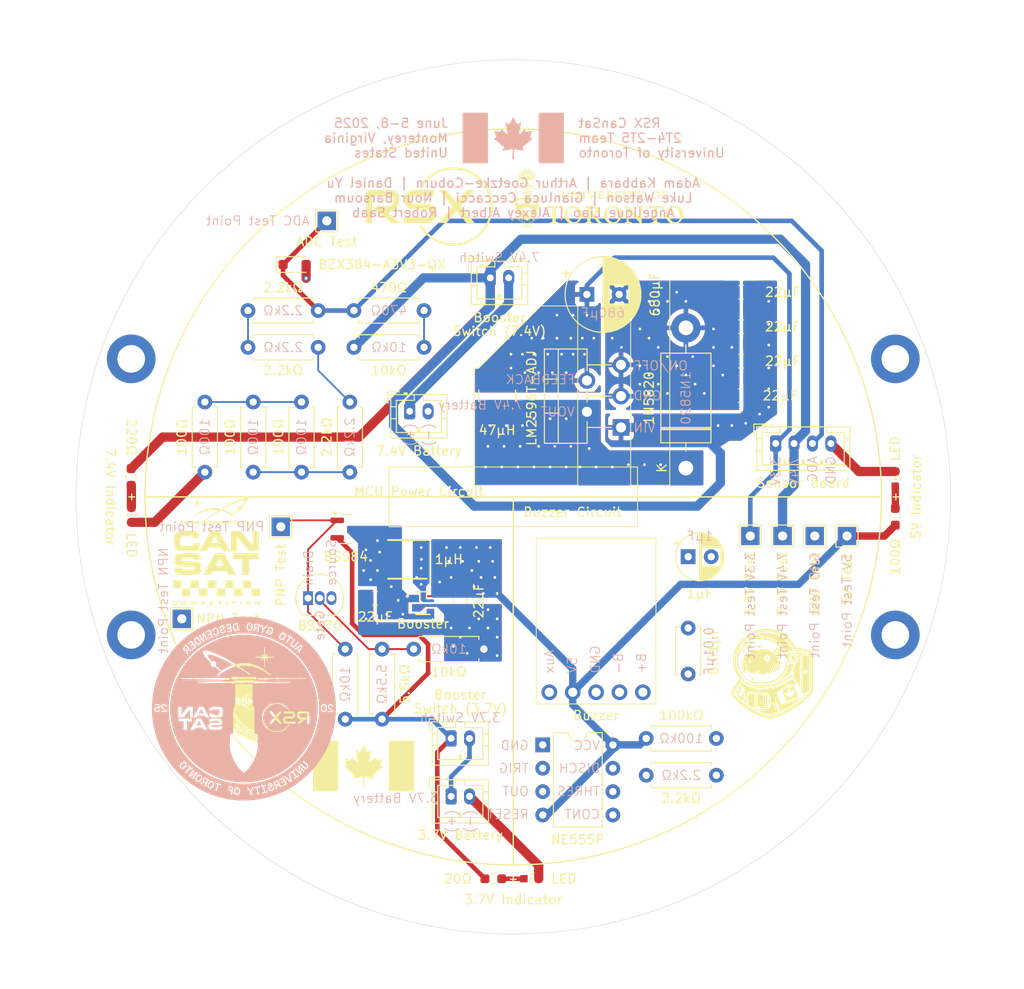
<source format=kicad_pcb>
(kicad_pcb (version 20240108) (generator "pcbnew") (generator_version "8.0")
  (layers (0 "F.Cu" mixed) (1 "In1.Cu" power "GND") (2 "In2.Cu" mixed) (31 "B.Cu" mixed) (34 "B.Paste" user) (35 "F.Paste" user) (36 "B.SilkS" user "B.Silkscreen") (37 "F.SilkS" user "F.Silkscreen") (38 "B.Mask" user) (39 "F.Mask" user) (44 "Edge.Cuts" user))
  (net 0 "")
  (net 1 "GND")
  (net 2 "3.3V")
  (net 3 "/5V")
  (net 4 "Net-(BZ1-Aux)")
  (net 7 "Net-(U3-CV)")
  (net 8 "Net-(U3-THR)")
  (net 9 "7.4V")
  (net 10 "ADC")
  (net 11 "Net-(J1-Pin_2)")
  (net 12 "Net-(J4-Pin_2)")
  (net 13 "Net-(Q1-G)")
  (net 14 "Net-(Q1-D)")
  (net 15 "Net-(R1-Pad1)")
  (net 16 "Net-(R2-Pad1)")
  (net 17 "Net-(R4-Pad2)")
  (net 18 "Net-(R5-Pad2)")
  (net 19 "Net-(R7-Pad2)")
  (net 20 "Net-(U3-Q)")
  (net 21 "/VIN")
  (net 22 "Net-(J4-Pin_1)")
  (net 23 "/SW")
  (net 24 "/OUT")
  (net 25 "Net-(D3-A)")
  (net 26 "Net-(D4-A)")
  (net 27 "Net-(D5-A)")
  (footprint "DigiKey:WL-SMCW_0603" (layer "F.Cu") (at 108.525 101.9625 90)
    (property "Reference" "D5")
    (property "Value" "LED (7.4V)")
  )
  (footprint "TestPoint:TestPoint_THTPad_2.0x2.0mm_Drill1.0mm" (layer "F.Cu") (at 186.25 104.25)
    (property "Reference" "TP4")
    (property "Value" "5V Test")
  )
  (footprint "Resistor_THT:R_Axial_DIN0207_L6.3mm_D2.5mm_P7.62mm_Horizontal" (layer "F.Cu") (at 135.75 124.1575 90)
    (property "Reference" "R9")
    (property "Value" "5.5kΩ")
  )
  (footprint "Resistor_THT:R_Axial_DIN0207_L6.3mm_D2.5mm_P7.62mm_Horizontal" (layer "F.Cu") (at 116.5 89.69 -90)
    (property "Reference" "R1")
    (property "Value" "100Ω")
  )
  (footprint "Graphics:rsx_logo_2" (layer "F.Cu") (at 140.75 68.5)
    (property "Reference" "G***")
    (property "Value" "LOGO" (hide yes))
  )
  (footprint "Package_DIP:DIP-8_W7.62mm" (layer "F.Cu") (at 153.2 126.95)
    (property "Reference" "U3")
    (property "Value" "NE555P")
  )
  (footprint "Graphics:canada_flag" (layer "F.Cu") (at 133.75 129.25)
    (property "Reference" "G***")
    (property "Value" "LOGO" (hide yes))
  )
  (footprint "Graphics:cansat_logo" (layer "F.Cu") (at 117.75 105.75)
    (property "Reference" "G***")
    (property "Value" "LOGO" (hide yes))
  )
  (footprint "TestPoint:TestPoint_THTPad_2.0x2.0mm_Drill1.0mm" (layer "F.Cu") (at 114 113.25)
    (property "Reference" "TP5")
    (property "Value" "NPN Test")
  )
  (footprint "Capacitor_THT:CP_Radial_D8.0mm_P3.50mm" (layer "F.Cu") (at 158 78)
    (property "Reference" "Cout5")
    (property "Value" "680μF")
  )
  (footprint "DigiKey:WL-SMCW_0603" (layer "F.Cu") (at 151.9625 141.495 180)
    (property "Reference" "D3")
    (property "Value" "LED (3.7V)")
  )
  (footprint "Resistor_THT:R_Axial_DIN0207_L6.3mm_D2.5mm_P7.62mm_Horizontal" (layer "F.Cu") (at 121.19 79.75)
    (property "Reference" "R6")
    (property "Value" "2.2kΩ")
  )
  (footprint "Capacitor_SMD:C_0805_2012Metric_Pad1.18x1.45mm_HandSolder" (layer "F.Cu") (at 174.75 77.75 180)
    (property "Reference" "Cin4")
    (property "Value" "22μF")
  )
  (footprint "Diode_THT:D_DO-201AD_P15.24mm_Horizontal" (layer "F.Cu") (at 168.75 96.87 90)
    (property "Reference" "D1")
    (property "Value" "1N5820")
  )
  (footprint "Resistor_SMD:R_0603_1608Metric_Pad0.98x0.95mm_HandSolder" (layer "F.Cu") (at 147.8375 141.5 180)
    (property "Reference" "R14")
    (property "Value" "20Ω")
  )
  (footprint "Capacitor_THT:C_Disc_D5.0mm_W2.5mm_P5.00mm" (layer "F.Cu") (at 169 119.25 90)
    (property "Reference" "C8")
    (property "Value" "0.01μF")
  )
  (footprint "Resistor_THT:R_Axial_DIN0207_L6.3mm_D2.5mm_P7.62mm_Horizontal" (layer "F.Cu") (at 131.75 124.1575 90)
    (property "Reference" "R11")
    (property "Value" "10kΩ")
  )
  (footprint "Capacitor_SMD:C_0805_2012Metric_Pad1.18x1.45mm_HandSolder" (layer "F.Cu") (at 144.25 111.2875 -90)
    (property "Reference" "C7")
    (property "Value" "22μF")
  )
  (footprint "Graphics:uoft_text_2" (layer "F.Cu") (at 161 68.5)
    (property "Reference" "G***")
    (property "Value" "LOGO" (hide yes))
  )
  (footprint "Resistor_THT:R_Axial_DIN0207_L6.3mm_D2.5mm_P7.62mm_Horizontal" (layer "F.Cu") (at 128.81 83.75 180)
    (property "Reference" "R5")
    (property "Value" "2.2kΩ")
  )
  (footprint "Resistor_SMD:R_0603_1608Metric_Pad0.98x0.95mm_HandSolder" (layer "F.Cu") (at 108.5 97.8375 90)
    (property "Reference" "R16")
    (property "Value" "220Ω")
  )
  (footprint "TestPoint:TestPoint_THTPad_2.0x2.0mm_Drill1.0mm" (layer "F.Cu") (at 175.75 104.25)
    (property "Reference" "TP3")
    (property "Value" "3.3V Test")
  )
  (footprint "TestPoint:TestPoint_THTPad_2.0x2.0mm_Drill1.0mm" (layer "F.Cu") (at 182.75 104.25)
    (property "Reference" "TP7")
    (property "Value" "GND Test")
  )
  (footprint "Resistor_THT:R_Axial_DIN0207_L6.3mm_D2.5mm_P7.62mm_Horizontal" (layer "F.Cu") (at 140.31 83.75 180)
    (property "Reference" "R8")
    (property "Value" "10kΩ")
  )
  (footprint "Capacitor_SMD:C_0805_2012Metric_Pad1.18x1.45mm_HandSolder" (layer "F.Cu") (at 174.7 89 180)
    (property "Reference" "Cin1")
    (property "Value" "22μF")
  )
  (footprint "Connector_JST:JST_PH_B2B-PH-K_1x02_P2.00mm_Vertical" (layer "F.Cu") (at 143.25 132.55)
    (property "Reference" "J5")
    (property "Value" "3.7V Battery")
  )
  (footprint "Custom_Footprints:Matek_Lost_Model_Beeper" (layer "F.Cu") (at 152.5 104.5)
    (property "Reference" "BZ1")
    (property "Value" "Buzzer")
  )
  (footprint "Capacitor_THT:CP_Radial_D5.0mm_P2.50mm" (layer "F.Cu") (at 169 106.5)
    (property "Reference" "C9")
    (property "Value" "1μF")
  )
  (footprint "DigiKey:SOT-5X3-8_DRL_TEX" (layer "F.Cu") (at 140.200799 111.537499)
    (property "Reference" "TPS610333DRLR_U2")
    (property "Value" "Booster")
  )
  (footprint "Capacitor_SMD:C_0805_2012Metric_Pad1.18x1.45mm_HandSolder" (layer "F.Cu") (at 174.75 81.5 180)
    (property "Reference" "Cin3")
    (property "Value" "22μF")
  )
  (footprint "Connector_JST:JST_PH_B4B-PH-K_1x04_P2.00mm_Vertical" (layer "F.Cu") (at 178.5 94.2)
    (property "Reference" "J3")
    (property "Value" "Sensor Board")
  )
  (footprint "Graphics:uoft_coat_of_arms_2" (layer "F.Cu") (at 151.5 67.5)
    (property "Reference" "G***")
    (property "Value" "LOGO" (hide yes))
  )
  (footprint "TestPoint:TestPoint_THTPad_2.0x2.0mm_Drill1.0mm" (layer "F.Cu") (at 124.75 103.25)
    (property "Reference" "TP6")
    (property "Value" "PNP Test")
  )
  (footprint "Connector_JST:JST_PH_B2B-PH-K_1x02_P2.00mm_Vertical" (layer "F.Cu") (at 147.5 76.2)
    (property "Reference" "J1")
    (property "Value" "MCU Switch (7.4V)")
  )
  (footprint "Package_TO_SOT_THT:TO-92_Inline" (layer "F.Cu") (at 127.71 111)
    (property "Reference" "Q1")
    (property "Value" "BS170")
  )
  (footprint "Package_TO_SOT_THT:TO-220-5_P3.4x3.7mm_StaggerOdd_Lead3.8mm_Vertical" (layer "F.Cu") (at 161.7 92.45 90)
    (property "Reference" "U1")
    (property "Value" "LM2596T-ADJ")
  )
  (footprint "Resistor_THT:R_Axial_DIN0207_L6.3mm_D2.5mm_P7.62mm_Horizontal" (layer "F.Cu") (at 164.44 126.25)
    (property "Reference" "R12")
    (property "Value" "100kΩ")
  )
  (footprint "DigiKey:WL-SMCW_0603" (layer "F.Cu") (at 191.485 98.0375 -90)
    (property "Reference" "D4")
    (property "Value" "LED (5V)")
  )
  (footprint "Resistor_SMD:R_0603_1608Metric_Pad0.98x0.95mm_HandSolder" (layer "F.Cu") (at 191.5 102.1625 -90)
    (property "Reference" "R15")
    (property "Value" "100Ω")
  )
  (footprint "DigiKey:WE-LQS_4025" (layer "F.Cu") (at 138.5 106.7875)
    (property "Reference" "WE-LQS_4025_L2")
    (property "Value" "1μH")
  )
  (footprint "Resistor_THT:R_Axial_DIN0207_L6.3mm_D2.5mm_P7.62mm_Horizontal" (layer "F.Cu") (at 164.44 130.25)
    (property "Reference" "R13")
    (property "Value" "2.2kΩ")
  )
  (footprint "Resistor_THT:R_Axial_DIN0207_L6.3mm_D2.5mm_P7.62mm_Horizontal" (layer "F.Cu") (at 127 97.31 90)
    (property "Reference" "R3")
    (property "Value" "100Ω")
  )
  (footprint "Resistor_THT:R_Axial_DIN0207_L6.3mm_D2.5mm_P7.62mm_Horizontal" (layer "F.Cu") (at 132.25 97.31 90)
    (property "Reference" "R4")
    (property "Value" "2.2kΩ")
  )
  (footprint "Capacitor_SMD:C_0805_2012Metric_Pad1.18x1.45mm_HandSolder" (layer "F.Cu") (at 135 111.0375 180)
    (property "Reference" "C6")
    (property "Value" "22μF")
  )
  (footprint "Resistor_THT:R_Axial_DIN0207_L6.3mm_D2.5mm_P7.62mm_Horizontal" (layer "F.Cu") (at 132.69 79.75)
    (property "Reference" "R7")
    (property "Value" "470Ω")
  )
  (footprint "Graphics:capybara_astronaut_2" (layer "F.Cu") (at 178.25 119.25)
    (property "Reference" "G***")
    (property "Value" "LOGO" (hide yes))
  )
  (footprint "Package_TO_SOT_SMD:SOT-23" (layer "F.Cu") (at 131.8125 103.5)
    (property "Reference" "Q2")
    (property "Value" "BSS84")
  )
  (footprint "Resistor_THT:R_Axial_DIN0207_L6.3mm_D2.5mm_P7.62mm_Horizontal" (layer "F.Cu") (at 121.75 97.31 90)
    (property "Reference" "R2")
    (property "Value" "100Ω")
  )
  (footprint "Graphics:logo" (layer "F.Cu") (at 123.25 121.75)
    (property "Reference" "G***")
    (property "Value" "LOGO" (hide yes))
  )
  (footprint "DigiKey:IND_ASPI-4030S-470M-T" (layer "F.Cu") (at 148.25 89 90)
    (property "Reference" "ASPI-4030S-470M-T_L1")
    (property "Value" "47μH")
  )
  (footprint "Diode_SMD:D_SOD-323_HandSoldering" (layer "F.Cu") (at 126.25 74.75)
    (property "Reference" "D2")
    (property "Value" "BZX384-A3V3-QX")
  )
  (footprint "Resistor_THT:R_Axial_DIN0207_L6.3mm_D2.5mm_P7.62mm_Horizontal" (layer "F.Cu") (at 139.19 116.5375)
    (property "Reference" "R10")
    (property "Value" "10kΩ")
  )
  (footprint "Capacitor_SMD:C_0805_2012Metric_Pad1.18x1.45mm_HandSolder" (layer "F.Cu") (at 174.75 85.25 180)
    (property "Reference" "Cin2")
    (property "Value" "22μF")
  )
  (footprint "Connector_JST:JST_PH_B2B-PH-K_1x02_P2.00mm_Vertical" (layer "F.Cu") (at 138.75 90.7)
    (property "Reference" "J2")
    (property "Value" "7.4V Battery")
  )
  (footprint "Connector_JST:JST_PH_B2B-PH-K_1x02_P2.00mm_Vertical" (layer "F.Cu") (at 143.25 126.25)
    (property "Reference" "J4")
    (property "Value" "Booster Switch (3.7V)")
  )
  (footprint "TestPoint:TestPoint_THTPad_2.0x2.0mm_Drill1.0mm" (layer "F.Cu") (at 179.25 104.25)
    (property "Reference" "TP2")
    (property "Value" "7.4V Test")
  )
  (footprint "TestPoint:TestPoint_THTPad_2.0x2.0mm_Drill1.0mm" (layer "F.Cu") (at 129.75 70)
    (property "Reference" "TP1")
    (property "Value" "ADC Test")
  )
  (footprint "DigiKey:WA-SMSI_9774030243" (layer "B.Cu") (at 191.5 85 180)
    (property "Reference" "REF**")
    (property "Value" "WA-SMSI_9774030243")
  )
  (footprint "Graphics:canada_flag" (layer "B.Cu") (at 150 61 180)
    (property "Reference" "G***")
    (property "Value" "LOGO" (hide yes))
  )
  (footprint "Graphics:logo_x2" (layer "B.Cu") (at 120.75 123 180)
    (property "Reference" "G***")
    (property "Value" "LOGO" (hide yes))
  )
  (footprint "DigiKey:WA-SMSI_9774030243" (layer "B.Cu") (at 108.5 115 180)
    (property "Reference" "REF**")
    (property "Value" "WA-SMSI_9774030243")
  )
  (footprint "DigiKey:WA-SMSI_9774030243" (layer "B.Cu") (at 108.5 85 180)
    (property "Reference" "REF**")
    (property "Value" "WA-SMSI_9774030243")
  )
  (footprint "DigiKey:WA-SMSI_9774030243" (layer "B.Cu") (at 191.5 115 180)
    (property "Reference" "REF**")
    (property "Value" "WA-SMSI_9774030243")
  )
  (gr_line (start 146.25 86) (end 153 79.25) (stroke (width 0.1)) (layer "F.SilkS"))
  (gr_line (start 136.5 103.25) (end 150 103.25) (stroke (width 0.1)) (layer "F.SilkS"))
  (gr_line (start 157 98.75) (end 145.75 98.75) (stroke (width 0.1)) (layer "F.SilkS"))
  (gr_line (start 136.5 100) (end 136.5 103.25) (stroke (width 0.1)) (layer "F.SilkS"))
  (gr_line (start 153 79.25) (end 157 79.25) (stroke (width 0.1)) (layer "F.SilkS"))
  (gr_line (start 150 103.25) (end 163.5 103.25) (stroke (width 0.1)) (layer "F.SilkS"))
  (gr_line (start 145.75 98.75) (end 145.75 86) (stroke (width 0.1)) (layer "F.SilkS"))
  (gr_line (start 163.5 100) (end 163.5 96.75) (stroke (width 0.1)) (layer "F.SilkS"))
  (gr_circle (center 150 100) (end 190 100) (stroke (width 0.15)) (fill none) (layer "F.SilkS"))
  (gr_line (start 163.5 96.75) (end 136.5 96.75) (stroke (width 0.1)) (layer "F.SilkS"))
  (gr_line (start 162.75 76.5) (end 162.75 98.75) (stroke (width 0.1)) (layer "F.SilkS"))
  (gr_line (start 136.5 96.75) (end 136.5 100) (stroke (width 0.1)) (layer "F.SilkS"))
  (gr_line (start 145.75 86) (end 146.25 86) (stroke (width 0.1)) (layer "F.SilkS"))
  (gr_line (start 167 98.75) (end 167 76.5) (stroke (width 0.1)) (layer "F.SilkS"))
  (gr_line (start 157 79.25) (end 157 98.75) (stroke (width 0.1)) (layer "F.SilkS"))
  (gr_line (start 150 140) (end 150 100) (stroke (width 0.15)) (layer "F.SilkS"))
  (gr_line (start 163.5 103.25) (end 163.5 100) (stroke (width 0.1)) (layer "F.SilkS"))
  (gr_line (start 162.75 98.75) (end 167 98.75) (stroke (width 0.1)) (layer "F.SilkS"))
  (gr_line (start 110 100) (end 190 100) (stroke (width 0.15)) (layer "F.SilkS"))
  (gr_circle (center 150 100) (end 197.5 100) (stroke (width 0.05)) (fill none) (layer "Edge.Cuts"))
  (gr_text "RSX CanSat\n2T4-2T5 Team\nUniversity of Toronto" (at 157 61 0) (layer "B.SilkS") (effects (font (size 1 1)) (justify right mirror)))
  (gr_text "(+)" (at 138.75 93.25 90) (layer "B.SilkS") (effects (font (size 1 1) (thickness 0.1)) (justify mirror)))
  (gr_text "100Ω" (at 116.5 93.5 90) (layer "B.SilkS") (effects (font (size 1 1) (thickness 0.1)) (justify mirror)))
  (gr_text "7.4V Test Point" (at 179.25 111.75 90) (layer "B.SilkS") (effects (font (size 1 1) (thickness 0.1)) (justify mirror)))
  (gr_text "100kΩ" (at 168.25 126.25 0) (layer "B.SilkS") (effects (font (size 1 1) (thickness 0.1)) (justify mirror)))
  (gr_text "ADC" (at 182.5 95.5 90) (layer "B.SilkS") (effects (font (size 1 1) (thickness 0.1)) (justify left mirror)))
  (gr_text "Source" (at 130.25 109.75 90) (layer "B.SilkS") (effects (font (size 1 1) (thickness 0.1)) (justify right mirror)))
  (gr_text "TRIG" (at 151.75 129.5 0) (layer "B.SilkS") (effects (font (size 1 1) (thickness 0.1)) (justify left mirror)))
  (gr_text "Adam Kabbara | Arthur Goetzke-Coburn | Daniel Yu\nLuke Watson | Gianluca Ceccacci | Nour Barsoum\nAngelique Liao | Alexey Albert | Robert Saab" (at 150 67.5 0) (layer "B.SilkS") (effects (font (size 1 1)) (justify mirror)))
  (gr_text "5V" (at 157 119.25 90) (layer "B.SilkS") (effects (font (size 1 1) (thickness 0.1)) (justify right bottom mirror)))
  (gr_text "5.5kΩ" (at 135.75 120.3475 90) (layer "B.SilkS") (effects (font (size 1 1) (thickness 0.1)) (justify mirror)))
  (gr_text "CONT" (at 159.5 134.5 0) (layer "B.SilkS") (effects (font (size 1 1) (thickness 0.1)) (justify left mirror)))
  (gr_text "10kΩ" (at 131.75 120.3475 90) (layer "B.SilkS") (effects (font (size 1 1) (thickness 0.1)) (justify mirror)))
  (gr_text "680μF" (at 159.75 80 0) (layer "B.SilkS") (effects (font (size 1 1) (thickness 0.1)) (justify mirror)))
  (gr_text "3.3V" (at 178.5 95.5 90) (layer "B.SilkS") (effects (font (size 1 1) (thickness 0.1)) (justify left mirror)))
  (gr_text "3.7V Switch" (at 144.25 124 0) (layer "B.SilkS") (effects (font (size 1 1) (thickness 0.1)) (justify mirror)))
  (gr_text "7.4V" (at 180.5 95.5 90) (layer "B.SilkS") (effects (font (size 1 1) (thickness 0.1)) (justify left mirror)))
  (gr_text "Gate" (at 129 112.25 90) (layer "B.SilkS") (effects (font (size 1 1) (thickness 0.1)) (justify left mirror)))
  (gr_text "B+" (at 164.5 119.25 90) (layer "B.SilkS") (effects (font (size 1 1) (thickness 0.1)) (justify right bottom mirror)))
  (gr_text "THRES" (at 159.5 132 0) (layer "B.SilkS") (effects (font (size 1 1) (thickness 0.1)) (justify left mirror)))
  (gr_text "1μF" (at 170.25 104.25 0) (layer "B.SilkS") (effects (font (size 1 1) (thickness 0.1)) (justify mirror)))
  (gr_text "GND" (at 163 89 0) (layer "B.SilkS") (effects (font (size 1 1) (thickness 0.1)) (justify right mirror)))
  (gr_text "PNP Test Point" (at 117.25 103.25 0) (layer "B.SilkS") (effects (font (size 1 1) (thickness 0.1)) (justify mirror)))
  (gr_text "Drain" (at 127.75 109.75 90) (layer "B.SilkS") (effects (font (size 1 1) (thickness 0.1)) (justify right mirror)))
  (gr_text "470Ω" (at 136.5 79.75 0) (layer "B.SilkS") (effects (font (size 1 1) (thickness 0.1)) (justify mirror)))
  (gr_text "2.2kΩ" (at 125 83.75 0) (layer "B.SilkS") (effects (font (size 1 1) (thickness 0.1)) (justify mirror)))
  (gr_text "GND Test Point" (at 182.75 111.75 90) (layer "B.SilkS") (effects (font (size 1 1) (thickness 0.1)) (justify mirror)))
  (gr_text "3.7V Battery" (at 137.25 132.75 0) (layer "B.SilkS") (effects (font (size 1 1) (thickness 0.1)) (justify mirror)))
  (gr_text "100Ω" (at 121.75 93.5 90) (layer "B.SilkS") (effects (font (size 1 1) (thickness 0.1)) (justify mirror)))
  (gr_text "7.4V Switch" (at 148.5 74 0) (layer "B.SilkS") (effects (font (size 1 1) (thickness 0.1)) (justify mirror)))
  (gr_text "(-)" (at 140.75 93.25 90) (layer "B.SilkS") (effects (font (size 1 1) (thickness 0.1)) (justify mirror)))
  (gr_text "1N5820" (at 168.75 89.25 90) (layer "B.SilkS") (effects (font (size 1 1) (thickness 0.1)) (justify mirror)))
  (gr_text "VIN" (at 163 92.5 0) (layer "B.SilkS") (effects (font (size 1 1) (thickness 0.1)) (justify right mirror)))
  (gr_text "B-" (at 162 119.25 90) (layer "B.SilkS") (effects (font (size 1 1) (thickness 0.1)) (justify right bottom mirror)))
  (gr_text "2.2kΩ" (at 132.25 93.5 90) (layer "B.SilkS") (effects (font (size 1 1) (thickness 0.1)) (justify mirror)))
  (gr_text "DISCH" (at 159.5 129.5 0) (layer "B.SilkS") (effects (font (size 1 1) (thickness 0.1)) (justify left mirror)))
  (gr_text "Aux" (at 154.5 119.25 90) (layer "B.SilkS") (effects (font (size 1 1) (thickness 0.1)) (justify right bottom mirror)))
  (gr_text "VOUT" (at 156.75 90.75 0) (layer "B.SilkS") (effects (font (size 1 1) (thickness 0.1)) (justify left mirror)))
  (gr_text "GND" (at 184.5 95.5 90) (layer "B.SilkS") (effects (font (size 1 1) (thickness 0.1)) (justify left mirror)))
  (gr_text "(-)" (at 145.25 135.25 90) (layer "B.SilkS") (effects (font (size 1 1) (thickness 0.1)) (justify mirror)))
  (gr_text "10kΩ" (at 143 116.5375 0) (layer "B.SilkS") (effects (font (size 1 1) (thickness 0.1)) (justify mirror)))
  (gr_text "(+)" (at 143.25 135.25 90) (layer "B.SilkS") (effects (font (size 1 1) (thickness 0.1)) (justify mirror)))
  (gr_text "2.2kΩ" (at 125 79.75 0) (layer "B.SilkS") (effects (font (size 1 1) (thickness 0.1)) (justify mirror)))
  (gr_text "2.2kΩ" (at 168.25 130.25 0) (layer "B.SilkS") (effects (font (size 1 1) (thickness 0.1)) (justify mirror)))
  (gr_text "OUT" (at 151.75 132 0) (layer "B.SilkS") (effects (font (size 1 1) (thickness 0.1)) (justify left mirror)))
  (gr_text "RESET" (at 151.75 134.5 0) (layer "B.SilkS") (effects (font (size 1 1) (thickness 0.1)) (justify left mirror)))
  (gr_text "GND" (at 159.5 119.25 90) (layer "B.SilkS") (effects (font (size 1 1) (thickness 0.1)) (justify right bottom mirror)))
  (gr_text "10kΩ" (at 136.5 83.75 0) (layer "B.SilkS") (effects (font (size 1 1) (thickness 0.1)) (justify mirror)))
  (gr_text "ON/OFF" (at 163 85.75 0) (layer "B.SilkS") (effects (font (size 1 1) (thickness 0.1)) (justify right mirror)))
  (gr_text "0.01μF" (at 171.25 116.75 90) (layer "B.SilkS") (effects (font (size 1 1) (thickness 0.1)) (justify mirror)))
  (gr_text "June 5-8, 2025\nMonterey, Virginia\nUnited States" (at 143 61 0) (layer "B.SilkS") (effects (font (size 1 1)) (justify left mirror)))
  (gr_text "NPN Test Point" (at 112 111.25 90) (layer "B.SilkS") (effects (font (size 1 1) (thickness 0.1)) (justify mirror)))
  (gr_text "3.3V Test Point" (at 175.75 111.75 90) (layer "B.SilkS") (effects (font (size 1 1) (thickness 0.1)) (justify mirror)))
  (gr_text "7.4V Battery" (at 146.5 90 0) (layer "B.SilkS") (effects (font (size 1 1) (thickness 0.1)) (justify mirror)))
  (gr_text "VCC" (at 159.5 127 0) (layer "B.SilkS") (effects (font (size 1 1) (thickness 0.1)) (justify left mirror)))
  (gr_text "100Ω" (at 127 93.5 90) (layer "B.SilkS") (effects (font (size 1 1) (thickness 0.1)) (justify mirror)))
  (gr_text "GND" (at 151.75 127 0) (layer "B.SilkS") (effects (font (size 1 1) (thickness 0.1)) (justify left mirror)))
  (gr_text "5V Test Point" (at 186.25 111.25 90) (layer "B.SilkS") (effects (font (size 1 1) (thickness 0.1)) (justify mirror)))
  (gr_text "FEEDBACK" (at 156.75 87.25 0) (layer "B.SilkS") (effects (font (size 1 1) (thickness 0.1)) (justify left mirror)))
  (gr_text "ADC Test Point" (at 122.25 70 0) (layer "B.SilkS") (effects (font (size 1 1) (thickness 0.1)) (justify mirror)))
  (gr_text "LED" (at 155.5 141.5 0) (layer "F.SilkS") (effects (font (size 1 1))))
  (gr_text "Switch (3.7V)" (at 144.25 123 0) (layer "F.SilkS") (effects (font (size 1 1))))
  (gr_text "7.4V Indicator" (at 106.25 100 270) (layer "F.SilkS") (effects (font (size 1 1))))
  (gr_text "220Ω" (at 108.5 93.5 270) (layer "F.SilkS") (effects (font (size 1 1))))
  (gr_text "Buzzer Circuit" (at 151 102.25 0) (layer "F.SilkS") (effects (font (size 1 1)) (justify left bottom)))
  (gr_text "Switch (7.4V)" (at 148.5 82 0) (layer "F.SilkS") (effects (font (size 1 1))))
  (gr_text "3.7V Indicator" (at 150 143.75 0) (layer "F.SilkS") (effects (font (size 1 1))))
  (gr_text "Booster" (at 148.5 80.5 0) (layer "F.SilkS") (effects (font (size 1 1))))
  (gr_text "MCU Power Circuit" (at 139.75 100 0) (layer "F.SilkS") (effects (font (size 1 1)) (justify bottom)))
  (gr_text "LED" (at 191.5 94.75 90) (layer "F.SilkS") (effects (font (size 1 1))))
  (gr_text "Booster" (at 144.25 121.5 0) (layer "F.SilkS") (effects (font (size 1 1))))
  (gr_text "LED" (at 108.5 105.25 -90) (layer "F.SilkS") (effects (font (size 1 1))))
  (gr_text "5V Indicator" (at 193.75 100 90) (layer "F.SilkS") (effects (font (size 1 1))))
  (segment (start 130.2875 111.0375) (end 130.25 111) (width 1) (layer "F.Cu") (net 1))
  (segment (start 152.7625 141.495) (end 152.7625 140.0625) (width 1) (layer "F.Cu") (net 1))
  (segment (start 187.5375 97.2375) (end 184.5 94.2) (width 1) (layer "F.Cu") (net 1))
  (segment (start 111.0475 102.7625) (end 116.5 97.31) (width 1) (layer "F.Cu") (net 1))
  (segment (start 191.485 97.2375) (end 187.5375 97.2375) (width 1) (layer "F.Cu") (net 1))
  (segment (start 152.7625 140.0625) (end 145.25 132.55) (width 1) (layer "F.Cu") (net 1))
  (segment (start 127.5 74.75) (end 127.5 76.25) (width 1) (layer "F.Cu") (net 1))
  (segment (start 108.525 102.7625) (end 111.0475 102.7625) (width 1) (layer "F.Cu") (net 1))
  (via (at 147.25 112.25) (size 0.6) (drill 0.3) (layers "F.Cu" "B.Cu") (net 1))
  (via (at 164.75 78.75) (size 0.6) (drill 0.3) (layers "F.Cu" "B.Cu") (net 1))
  (via (at 167.75 85.75) (size 0.6) (drill 0.3) (layers "F.Cu" "B.Cu") (net 1))
  (via (at 171.75 85.75) (size 0.6) (drill 0.3) (layers "F.Cu" "B.Cu") (net 1))
  (via (at 168.75 78.75) (size 0.6) (drill 0.3) (layers "F.Cu" "B.Cu") (net 1))
  (via (at 165.75 79.75) (size 0.6) (drill 0.3) (layers "F.Cu" "B.Cu") (net 1))
  (via (at 162.75 80.75) (size 0.6) (drill 0.3) (layers "F.Cu" "B.Cu") (net 1))
  (via (at 163.75 81.75) (size 0.6) (drill 0.3) (layers "F.Cu" "B.Cu") (net 1))
  (via (at 169.5 84.75) (size 0.6) (drill 0.3) (layers "F.Cu" "B.Cu") (net 1))
  (via (at 145.25 114.25) (size 0.6) (drill 0.3) (layers "F.Cu" "B.Cu") (net 1))
  (via (at 148.25 117.25) (size 0.6) (drill 0.3) (layers "F.Cu" "B.Cu") (net 1))
  (via (at 166.75 84.75) (size 0.6) (drill 0.3) (layers "F.Cu" "B.Cu") (net 1))
  (via (at 127.5 76.25) (size 0.6) (drill 0.3) (layers "F.Cu" "B.Cu") (net 1))
  (via (at 168.75 86.75) (size 0.6) (drill 0.3) (layers "F.Cu" "B.Cu") (net 1))
  (via (at 169.75 87.75) (size 0.6) (drill 0.3) (layers "F.Cu" "B.Cu") (net 1))
  (via (at 170.75 88.75) (size 0.6) (drill 0.3) (layers "F.Cu" "B.Cu") (net 1))
  (via (at 165.75 83.75) (size 0.6) (drill 0.3) (layers "F.Cu" "B.Cu") (net 1))
  (via (at 147.25 114.25) (size 0.6) (drill 0.3) (layers "F.Cu" "B.Cu") (net 1))
  (via (at 146.25 113.25) (size 0.6) (drill 0.3) (layers "F.Cu" "B.Cu") (net 1))
  (via (at 160.75 82.75) (size 0.6) (drill 0.3) (layers "F.Cu" "B.Cu") (net 1))
  (via (at 143.25 114.25) (size 0.6) (drill 0.3) (layers "F.Cu" "B.Cu") (net 1))
  (via (at 164.75 88.75) (size 0.6) (drill 0.3) (layers "F.Cu" "B.Cu") (net 1))
  (via (at 164.75 82.75) (size 0.6) (drill 0.3) (layers "F.Cu" "B.Cu") (net 1))
  (via (at 144.25 115.25) (size 0.6) (drill 0.3) (layers "F.Cu" "B.Cu") (net 1))
  (via (at 148.25 115.25) (size 0.6) (drill 0.3) (layers "F.Cu" "B.Cu") (net 1))
  (via (at 166.75 78.75) (size 0.6) (drill 0.3) (layers "F.Cu" "B.Cu") (net 1))
  (via (at 171.75 81.75) (size 0.6) (drill 0.3) (layers "F.Cu" "B.Cu") (net 1))
  (via (at 166.75 88.75) (size 0.6) (drill 0.3) (layers "F.Cu" "B.Cu") (net 1))
  (via (at 167.75 77.75) (size 0.6) (drill 0.3) (layers "F.Cu" "B.Cu") (net 1))
  (via (at 172.75 86.75) (size 0.6) (drill 0.3) (layers "F.Cu" "B.Cu") (net 1))
  (via (at 143.5 116.25) (size 0.6) (drill 0.3) (layers "F.Cu" "B.Cu") (net 1))
  (via (at 163.75 87.75) (size 0.6) (drill 0.3) (layers "F.Cu" "B.Cu") (net 1))
  (via (at 161.75 83.75) (size 0.6) (drill 0.3) (layers "F.Cu" "B.Cu") (net 1))
  (via (at 134 113.25) (size 0.6) (drill 0.3) (layers "F.Cu" "B.Cu") (net 1))
  (via (at 163.75 85.75) (size 0.6) (drill 0.3) (layers "F.Cu" "B.Cu") (net 1))
  (via (at 173.75 83.75) (size 0.6) (drill 0.3) (layers "F.Cu" "B.Cu") (net 1))
  (via (at 148.25 113.25) (size 0.6) (drill 0.3) (layers "F.Cu" "B.Cu") (net 1))
  (via (at 171.75 83.75) (size 0.6) (drill 0.3) (layers "F.Cu" "B.Cu") (net 1))
  (via (at 145 117) (size 0.6) (drill 0.3) (layers "F.Cu" "B.Cu") (net 1))
  (via (at 165.75 77.75) (size 0.6) (drill 0.3) (layers "F.Cu" "B.Cu") (net 1))
  (via (at 165.75 87.75) (size 0.6) (drill 0.3) (layers "F.Cu" "B.Cu") (net 1))
  (via (at 164.75 86.75) (size 0.6) (drill 0.3) (layers "F.Cu" "B.Cu") (net 1))
  (via (at 155.75 86.5) (size 0.6) (drill 0.3) (layers "F.Cu" "B.Cu") (net 2))
  (via (at 158.75 82.75) (size 0.6) (drill 0.3) (layers "F.Cu" "B.Cu") (net 2))
  (via (at 153.25 82.75) (size 0.6) (drill 0.3) (layers "F.Cu" "B.Cu") (net 2))
  (via (at 157.75 84.5) (size 0.6) (drill 0.3) (layers "F.Cu" "B.Cu") (net 2))
  (via (at 155.25 84.5) (size 0.6) (drill 0.3) (layers "F.Cu" "B.Cu") (net 2))
  (via (at 153.75 84.5) (size 0.6) (drill 0.3) (layers "F.Cu" "B.Cu") (net 2))
  (via (at 149.75 84.5) (size 0.6) (drill 0.3) (layers "F.Cu" "B.Cu") (net 2))
  (via (at 154.25 86.5) (size 0.6) (drill 0.3) (layers "F.Cu" "B.Cu") (net 2))
  (via (at 152.75 86.5) (size 0.6) (drill 0.3) (layers "F.Cu" "B.Cu") (net 2))
  (via (at 158 80.25) (size 0.6) (drill 0.3) (layers "F.Cu" "B.Cu") (net 2))
  (via (at 156.5 84.5) (size 0.6) (drill 0.3) (layers "F.Cu" "B.Cu") (net 2))
  (via (at 152 82.75) (size 0.6) (drill 0.3) (layers "F.Cu" "B.Cu") (net 2))
  (via (at 149.75 86) (size 0.6) (drill 0.3) (layers "F.Cu" "B.Cu") (net 2))
  (via (at 154.75 82.75) (size 0.6) (drill 0.3) (layers "F.Cu" "B.Cu") (net 2))
  (via (at 151.25 86.5) (size 0.6) (drill 0.3) (layers "F.Cu" "B.Cu") (net 2))
  (via (at 156.5 80.25) (size 0.6) (drill 0.3) (layers "F.Cu" "B.Cu") (net 2))
  (via (at 156.25 82.75) (size 0.6) (drill 0.3) (layers "F.Cu" "B.Cu") (net 2))
  (via (at 157.5 82.75) (size 0.6) (drill 0.3) (layers "F.Cu" "B.Cu") (net 2))
  (via (at 152.25 84.5) (size 0.6) (drill 0.3) (layers "F.Cu" "B.Cu") (net 2))
  (via (at 154.75 80.25) (size 0.6) (drill 0.3) (layers "F.Cu" "B.Cu") (net 2))
  (via (at 151 84.5) (size 0.6) (drill 0.3) (layers "F.Cu" "B.Cu") (net 2))
  (segment (start 178.5 97.25) (end 175.75 100) (width 0.5) (layer "B.Cu") (net 2))
  (segment (start 161 74) (end 178.25 74) (width 0.5) (layer "B.Cu") (net 2))
  (segment (start 180 92.7) (end 178.5 94.2) (width 0.5) (layer "B.Cu") (net 2))
  (segment (start 180 75.75) (end 180 92.7) (width 0.5) (layer "B.Cu") (net 2))
  (segment (start 175.75 100) (end 175.75 104.25) (width 0.5) (layer "B.Cu") (net 2))
  (segment (start 178.25 74) (end 180 75.75) (width 0.5) (layer "B.Cu") (net 2))
  (segment (start 178.5 94.2) (end 178.5 97.25) (width 0.5) (layer "B.Cu") (net 2))
  (segment (start 158 78) (end 158 77) (width 0.5) (layer "B.Cu") (net 2))
  (segment (start 158 77) (end 161 74) (width 0.5) (layer "B.Cu") (net 2))
  (segment (start 186.25 104.25) (end 190.325 104.25) (width 0.8) (layer "F.Cu") (net 3))
  (segment (start 190.325 104.25) (end 191.5 103.075) (width 0.8) (layer "F.Cu") (net 3))
  (via (at 146.25 107) (size 0.6) (drill 0.3) (layers "F.Cu" "B.Cu") (net 3))
  (via (at 146 105.5) (size 0.6) (drill 0.3) (layers "F.Cu" "B.Cu") (net 3))
  (via (at 142.75 105.5) (size 0.6) (drill 0.3) (layers "F.Cu" "B.Cu") (net 3))
  (via (at 148.25 110.5) (size 0.6) (drill 0.3) (layers "F.Cu" "B.Cu") (net 3))
  (via (at 145.5 108) (size 0.6) (drill 0.3) (layers "F.Cu" "B.Cu") (net 3))
  (via (at 148 108.75) (size 0.6) (drill 0.3) (layers "F.Cu" "B.Cu") (net 3))
  (via (at 144.25 105.5) (size 0.6) (drill 0.3) (layers "F.Cu" "B.Cu") (net 3))
  (via (at 146.75 110.5) (size 0.6) (drill 0.3) (layers "F.Cu" "B.Cu") (net 3))
  (via (at 143 107) (size 0.6) (drill 0.3) (layers "F.Cu" "B.Cu") (net 3))
  (via (at 143.25 108.75) (size 0.6) (drill 0.3) (layers "F.Cu" "B.Cu") (net 3))
  (via (at 146.5 108.75) (size 0.6) (drill 0.3) (layers "F.Cu" "B.Cu") (net 3))
  (via (at 145.75 109.75) (size 0.6) (drill 0.3) (layers "F.Cu" "B.Cu") (net 3))
  (via (at 147.75 107) (size 0.6) (drill 0.3) (layers "F.Cu" "B.Cu") (net 3))
  (via (at 144.5 107) (size 0.6) (drill 0.3) (layers "F.Cu" "B.Cu") (net 3))
  (via (at 142 109.25) (size 0.6) (drill 0.3) (layers "F.Cu" "B.Cu") (net 3))
  (via (at 147.5 105.5) (size 0.6) (drill 0.3) (layers "F.Cu" "B.Cu") (net 3))
  (segment (start 156.46 118.687207) (end 148.272793 110.5) (width 0.8) (layer "B.Cu") (net 3))
  (segment (start 160.82 126.95) (end 163.74 126.95) (width 0.8) (layer "B.Cu") (net 3))
  (segment (start 153.68 134.57) (end 153.2 134.57) (width 0.8) (layer "B.Cu") (net 3))
  (segment (start 156.46 121.23) (end 156.46 118.687207) (width 0.8) (layer "B.Cu") (net 3))
  (segment (start 168.19 109.5) (end 181 109.5) (width 0.8) (layer "B.Cu") (net 3))
  (segment (start 156.46 121.23) (end 156.46 122.59) (width 0.8) (layer "B.Cu") (net 3))
  (segment (start 148.272793 110.5) (end 148.25 110.5) (width 0.8) (layer "B.Cu") (net 3))
  (segment (start 156.46 122.59) (end 160.82 126.95) (width 0.8) (layer "B.Cu") (net 3))
  (segment (start 181 109.5) (end 186.25 104.25) (width 0.8) (layer "B.Cu") (net 3))
  (segment (start 160.82 127.43) (end 153.68 134.57) (width 0.8) (layer "B.Cu") (net 3))
  (segment (start 156.46 121.23) (end 168.19 109.5) (width 0.8) (layer "B.Cu") (net 3))
  (segment (start 160.82 126.95) (end 160.82 127.43) (width 0.8) (layer "B.Cu") (net 3))
  (segment (start 163.74 126.95) (end 164.44 126.25) (width 0.8) (layer "B.Cu") (net 3))
  (segment (start 134.625 92.125) (end 147.5 79.25) (width 1) (layer "F.Cu") (net 9))
  (segment (start 108.5 96.925) (end 111.925 93.5) (width 1) (layer "F.Cu") (net 9))
  (segment (start 111.925 93.5) (end 133.25 93.5) (width 1) (layer "F.Cu") (net 9))
  (segment (start 147.5 79.25) (end 147.5 76.2) (width 1) (layer "F.Cu") (net 9))
  (segment (start 133.25 93.5) (end 134.625 92.125) (width 1) (layer "F.Cu") (net 9))
  (via (at 172.25 92.25) (size 0.6) (drill 0.3) (layers "F.Cu" "B.Cu") (net 9))
  (via (at 176.75 91) (size 0.6) (drill 0.3) (layers "F.Cu" "B.Cu") (net 9))
  (via (at 177.75 83.5) (size 0.6) (drill 0.3) (layers "F.Cu" "B.Cu") (net 9))
  (via (at 173.75 92.25) (size 0.6) (drill 0.3) (layers "F.Cu" "B.Cu") (net 9))
  (via (at 177.75 86) (size 0.6) (drill 0.3) (layers "F.Cu" "B.Cu") (net 9))
  (via (at 175.25 92) (size 0.6) (drill 0.3) (layers "F.Cu" "B.Cu") (net 9))
  (via (at 177.75 78.75) (size 0.6) (drill 0.3) (layers "F.Cu" "B.Cu") (net 9))
  (via (at 177.75 90.25) (size 0.6) (drill 0.3) (layers "F.Cu" "B.Cu") (net 9))
  (via (at 177.75 88.25) (size 0.6) (drill 0.3) (layers "F.Cu" "B.Cu") (net 9))
  (via (at 177.75 81.25) (size 0.6) (drill 0.3) (layers "F.Cu" "B.Cu") (net 9))
  (segment (start 180.5 94.086522) (end 180.5 94.2) (width 1) (layer "B.Cu") (net 9))
  (segment (start 170 101) (end 145.75 101) (width 1) (layer "B.Cu") (net 9))
  (segment (start 150.825 72) (end 179 72) (width 1) (layer "B.Cu") (net 9))
  (segment (start 179.25 100) (end 179.25 104.25) (width 1) (layer "B.Cu") (net 9))
  (segment (start 145.75 101) (end 137 92.25) (width 1) (layer "B.Cu") (net 9))
  (segment (start 181.75 92.836522) (end 180.5 94.086522) (width 1) (layer "B.Cu") (net 9))
  (segment (start 140.24 76.2) (end 147.5 76.2) (width 1) (layer "B.Cu") (net 9))
  (segment (start 132.69 83.75) (end 140.24 76.2) (width 1) (layer "B.Cu") (net 9))
  (segment (start 147.5 79.302944) (end 147.5 76.2) (width 1) (layer "B.Cu") (net 9))
  (segment (start 137 89.802944) (end 147.5 79.302944) (width 1) (layer "B.Cu") (net 9))
  (segment (start 161.7 92.45) (end 169.7 92.45) (width 1) (layer "B.Cu") (net 9))
  (segment (start 172.5 98.5) (end 170 101) (width 1) (layer "B.Cu") (net 9))
  (segment (start 179 72) (end 181.75 74.75) (width 1) (layer "B.Cu") (net 9))
  (segment (start 180.5 94.2) (end 180.5 98.75) (width 1) (layer "B.Cu") (net 9))
  (segment (start 169.7 92.45) (end 172.5 95.25) (width 1) (layer "B.Cu") (net 9))
  (segment (start 147.5 76.2) (end 147.5 75.325) (width 1) (layer "B.Cu") (net 9))
  (segment (start 147.5 75.325) (end 150.825 72) (width 1) (layer "B.Cu") (net 9))
  (segment (start 172.5 95.25) (end 172.5 98.5) (width 1) (layer "B.Cu") (net 9))
  (segment (start 181.75 74.75) (end 181.75 92.836522) (width 1) (layer "B.Cu") (net 9))
  (segment (start 137 92.25) (end 137 89.802944) (width 1) (layer "B.Cu") (net 9))
  (segment (start 180.5 98.75) (end 179.25 100) (width 1) (layer "B.Cu") (net 9))
  (segment (start 125 75.94) (end 128.81 79.75) (width 0.5) (layer "F.Cu") (net 10))
  (segment (start 125 74.75) (end 125 75.94) (width 0.5) (layer "F.Cu") (net 10))
  (segment (start 125 74.75) (end 129.75 70) (width 0.5) (layer "F.Cu") (net 10))
  (segment (start 180.25 70) (end 183.5 73.25) (width 0.5) (layer "B.Cu") (net 10))
  (segment (start 142.44 70) (end 180.25 70) (width 0.5) (layer "B.Cu") (net 10))
  (segment (start 183.5 93.2) (end 182.5 94.2) (width 0.5) (layer "B.Cu") (net 10))
  (segment (start 128.81 79.75) (end 132.69 79.75) (width 0.5) (layer "B.Cu") (net 10))
  (segment (start 183.5 73.25) (end 183.5 93.2) (width 0.5) (layer "B.Cu") (net 10))
  (segment (start 132.69 79.75) (end 142.44 70) (width 0.5) (layer "B.Cu") (net 10))
  (segment (start 138.75 89.75) (end 138.75 90.7) (width 1) (layer "B.Cu") (net 11))
  (segment (start 149.5 76.2) (end 149.5 79) (width 1) (layer "B.Cu") (net 11))
  (segment (start 149.5 79) (end 138.75 89.75) (width 1) (layer "B.Cu") (net 11))
  (segment (start 145.25 126.25) (end 145.25 128.4) (width 0.5) (layer "B.Cu") (net 12))
  (segment (start 145.25 128.4) (end 143.25 130.4) (width 0.5) (layer "B.Cu") (net 12))
  (segment (start 143.25 130.4) (end 143.25 132.55) (width 0.5) (layer "B.Cu") (net 12))
  (segment (start 128.98 111) (end 128.98 111.225) (width 0.2) (layer "F.Cu") (net 13))
  (segment (start 128.98 111.225) (end 134.2925 116.5375) (width 0.2) (layer "F.Cu") (net 13))
  (segment (start 135.75 116.5375) (end 139.19 116.5375) (width 0.2) (layer "F.Cu") (net 13))
  (segment (start 134.2925 116.5375) (end 135.75 116.5375) (width 0.2) (layer "F.Cu") (net 13))
  (segment (start 128.98 111) (end 128.98 111.225) (width 0.2) (layer "B.Cu") (net 13))
  (segment (start 130.875 102.55) (end 125.45 102.55) (width 0.2) (layer "F.Cu") (net 14))
  (segment (start 131.75 116.5375) (end 127.71 112.4975) (width 0.2) (layer "F.Cu") (net 14))
  (segment (start 127.71 105.715) (end 130.875 102.55) (width 0.2) (layer "F.Cu") (net 14))
  (segment (start 127.71 112.4975) (end 127.71 111) (width 0.2) (layer "F.Cu") (net 14))
  (segment (start 125.45 102.55) (end 124.75 103.25) (width 0.2) (layer "F.Cu") (net 14))
  (segment (start 127.71 111) (end 127.71 105.715) (width 0.2) (layer "F.Cu") (net 14))
  (segment (start 121.75 89.69) (end 127 89.69) (width 0.2) (layer "B.Cu") (net 15))
  (segment (start 116.5 89.69) (end 121.75 89.69) (width 0.2) (layer "B.Cu") (net 15))
  (segment (start 127 97.31) (end 132.25 97.31) (width 0.2) (layer "B.Cu") (net 16))
  (segment (start 121.75 97.31) (end 127 97.31) (width 0.2) (layer "B.Cu") (net 16))
  (segment (start 128.81 83.75) (end 128.81 86.25) (width 0.2) (layer "B.Cu") (net 17))
  (segment (start 128.81 86.25) (end 132.25 89.69) (width 0.2) (layer "B.Cu") (net 17))
  (segment (start 121.19 83.75) (end 121.19 79.75) (width 0.2) (layer "B.Cu") (net 18))
  (segment (start 140.31 83.75) (end 140.31 79.75) (width 0.2) (layer "B.Cu") (net 19))
  (via (at 134.5 109) (size 0.6) (drill 0.3) (layers "F.Cu" "B.Cu") (net 21))
  (via (at 134.5 106.90603) (size 0.6) (drill 0.3) (layers "F.Cu" "B.Cu") (net 21))
  (via (at 138 112.75) (size 0.6) (drill 0.3) (layers "F.Cu" "B.Cu") (net 21))
  (via (at 136.75 109.75) (size 0.6) (drill 0.3) (layers "F.Cu" "B.Cu") (net 21))
  (via (at 136.25 112.75) (size 0.6) (drill 0.3) (layers "F.Cu" "B.Cu") (net 21))
  (via (at 135.25 104.75) (size 0.6) (drill 0.3) (layers "F.Cu" "B.Cu") (net 21))
  (via (at 135.5 106) (size 0.6) (drill 0.3) (layers "F.Cu" "B.Cu") (net 21))
  (via (at 137.5 111.25) (size 0.6) (drill 0.3) (layers "F.Cu" "B.Cu") (net 21))
  (via (at 133.75 108) (size 0.6) (drill 0.3) (layers "F.Cu" "B.Cu") (net 21))
  (via (at 134 105.75) (size 0.6) (drill 0.3) (layers "F.Cu" "B.Cu") (net 21))
  (via (at 135.25 108) (size 0.6) (drill 0.3) (layers "F.Cu" "B.Cu") (net 21))
  (segment (start 140.75 116) (end 140.75 119.1575) (width 0.5) (layer "F.Cu") (net 22))
  (segment (start 132.5 113.75) (end 132.5 106.075) (width 0.5) (layer "F.Cu") (net 22))
  (segment (start 139.75 115) (end 140.75 116) (width 0.5) (layer "F.Cu") (net 22))
  (segment (start 141.75 136.325) (end 146.925 141.5) (width 0.5) (layer "F.Cu") (net 22))
  (segment (start 133 114.25) (end 132.5 113.75) (width 0.5) (layer "F.Cu") (net 22))
  (segment (start 132.5 106.075) (end 130.875 104.45) (width 0.5) (layer "F.Cu") (net 22))
  (segment (start 140.75 119.1575) (end 135.75 124.1575) (width 0.5) (layer "F.Cu") (net 22))
  (segment (start 133 114.25) (end 133.5 114.75) (width 0.5) (layer "F.Cu") (net 22))
  (segment (start 143.25 126.25) (end 141.75 127.75) (width 0.5) (layer "F.Cu") (net 22))
  (segment (start 133.5 114.75) (end 133.75 115) (width 0.5) (layer "F.Cu") (net 22))
  (segment (start 133.75 115) (end 139.75 115) (width 0.5) (layer "F.Cu") (net 22))
  (segment (start 141.75 127.75) (end 141.75 136.325) (width 0.5) (layer "F.Cu") (net 22))
  (segment (start 141.1575 124.1575) (end 135.75 124.1575) (width 0.5) (layer "B.Cu") (net 22))
  (segment (start 143.25 126.25) (end 141.1575 124.1575) (width 0.5) (layer "B.Cu") (net 22))
  (segment (start 135.75 124.1575) (end 131.75 124.1575) (width 0.5) (layer "B.Cu") (net 22))
  (via (at 140 107.75) (size 0.6) (drill 0.3) (layers "F.Cu" "B.Cu") (net 23))
  (via (at 140 105.5) (size 0.6) (drill 0.3) (layers "F.Cu" "B.Cu") (net 23))
  (via (at 140.025 106.7875) (size 0.6) (drill 0.3) (layers "F.Cu" "B.Cu") (net 23))
  (via (at 139.5 108.75) (size 0.6) (drill 0.3) (layers "F.Cu" "B.Cu") (net 23))
  (via (at 140 109.5) (size 0.6) (drill 0.3) (layers "F.Cu" "B.Cu") (net 23))
  (via (at 149 94.5) (size 0.6) (drill 0.3) (layers "F.Cu" "B.Cu") (net 24))
  (via (at 164.25 96.5) (size 0.6) (drill 0.3) (layers "F.Cu" "B.Cu") (net 24))
  (via (at 148.75 96.75) (size 0.6) (drill 0.3) (layers "F.Cu" "B.Cu") (net 24))
  (via (at 166 96.5) (size 0.6) (drill 0.3) (layers "F.Cu" "B.Cu") (net 24))
  (via (at 152.75 94.5) (size 0.6) (drill 0.3) (layers "F.Cu" "B.Cu") (net 24))
  (via (at 155.75 96.75) (size 0.6) (drill 0.3) (layers "F.Cu" "B.Cu") (net 24))
  (via (at 151 92.25) (size 0.6) (drill 0.3) (layers "F.Cu" "B.Cu") (net 24))
  (via (at 157.25 96.75) (size 0.6) (drill 0.3) (layers "F.Cu" "B.Cu") (net 24))
  (via (at 158.25 94.75) (size 0.6) (drill 0.3) (layers "F.Cu" "B.Cu") (net 24))
  (via (at 160.75 96.75) (size 0.6) (drill 0.3) (layers "F.Cu" "B.Cu") (net 24))
  (via (at 159 96.75) (size 0.6) (drill 0.3) (layers "F.Cu" "B.Cu") (net 24))
  (via (at 150.75 94.5) (size 0.6) (drill 0.3) (layers "F.Cu" "B.Cu") (net 24))
  (via (at 147.5 92.25) (size 0.6) (drill 0.3) (layers "F.Cu" "B.Cu") (net 24))
  (via (at 162.5 96.5) (size 0.6) (drill 0.3) (layers "F.Cu" "B.Cu") (net 24))
  (via (at 147.25 94.5) (size 0.6) (drill 0.3) (layers "F.Cu" "B.Cu") (net 24))
  (via (at 155.75 91.5) (size 0.6) (drill 0.3) (layers "F.Cu" "B.Cu") (net 24))
  (via (at 154 96.75) (size 0.6) (drill 0.3) (layers "F.Cu" "B.Cu") (net 24))
  (via (at 149.25 92.25) (size 0.6) (drill 0.3) (layers "F.Cu" "B.Cu") (net 24))
  (via (at 156.25 94.5) (size 0.6) (drill 0.3) (layers "F.Cu" "B.Cu") (net 24))
  (via (at 154.5 94.5) (size 0.6) (drill 0.3) (layers "F.Cu" "B.Cu") (net 24))
  (via (at 154 91.5) (size 0.6) (drill 0.3) (layers "F.Cu" "B.Cu") (net 24))
  (via (at 152.25 96.75) (size 0.6) (drill 0.3) (layers "F.Cu" "B.Cu") (net 24))
  (via (at 152.25 91.5) (size 0.6) (drill 0.3) (layers "F.Cu" "B.Cu") (net 24))
  (via (at 150.5 96.75) (size 0.6) (drill 0.3) (layers "F.Cu" "B.Cu") (net 24))
  (via (at 147 96.75) (size 0.6) (drill 0.3) (layers "F.Cu" "B.Cu") (net 24))
  (segment (start 151.1575 141.5) (end 151.1625 141.495) (width 0.2) (layer "F.Cu") (net 25))
  (segment (start 148.75 141.5) (end 151.1575 141.5) (width 0.5) (layer "F.Cu") (net 25))
  (segment (start 191.5 101.25) (end 191.5 98.8525) (width 0.8) (layer "F.Cu") (net 26))
  (segment (start 191.5 98.8525) (end 191.485 98.8375) (width 0.8) (layer "F.Cu") (net 26))
  (segment (start 108.525 98.775) (end 108.5 98.75) (width 1) (layer "F.Cu") (net 27))
  (segment (start 108.525 101.1625) (end 108.525 98.775) (width 1) (layer "F.Cu") (net 27))
  (zone (net 21) (net_name "/VIN") (layer "F.Cu") (priority 1) (connect_pads yes (clearance 0.1)) (min_thickness 0.25) (fill yes (mode hatch) (thermal_gap 0.5) (thermal_bridge_width 0.5) (hatch_thickness 1) (hatch_gap 1.5) (hatch_orientation 0) (hatch_border_algorithm hatch_thickness) (hatch_min_hole_area 0.3))
    (polygon (pts (xy 139.8 111.45) (xy 139.8 110.65) (xy 138.5 110.65) (xy 137.9 110) (xy 137.9 104.8) (xy 135.2 104.8) (xy 135.2 112) (xy 137.9 112) (xy 138.5 111.45)))
  )
  (zone (net 21) (net_name "/VIN") (layer "F.Cu") (priority 2) (connect_pads yes (clearance 0.1)) (min_thickness 0.25) (fill yes (thermal_gap 0.5) (thermal_bridge_width 0.5))
    (polygon (pts (xy 131.95 103.15) (xy 137.9 103.15) (xy 137.9 105.4) (xy 135.2 105.4) (xy 135.2 104.5) (xy 134.5 103.85) (xy 131.95 103.85)))
  )
  (zone (net 21) (net_name "/VIN") (layer "F.Cu") (priority 10) (connect_pads yes (clearance 0)) (min_thickness 0.25) (fill yes (thermal_gap 0.5) (thermal_bridge_width 0.5))
    (polygon (pts (xy 131.95 103.85) (xy 133.15 105.05) (xy 133.15 109.7) (xy 135.2 109.7) (xy 135.2 104.5) (xy 134.5 103.85)))
  )
  (zone (net 23) (net_name "/SW") (layer "F.Cu") (priority 5) (connect_pads yes (clearance 0.1)) (min_thickness 0.25) (fill yes (thermal_gap 0.5) (thermal_bridge_width 0.5))
    (polygon (pts (xy 141.4 111.15) (xy 141.4 111.45) (xy 140.2 111.45) (xy 139.95 111.2) (xy 139.95 110.2) (xy 139.1 109.3) (xy 139.1 104.75) (xy 140.9 104.75) (xy 140.9 109.3) (xy 140.5 109.8) (xy 140.5 111.15)))
  )
  (zone (net 21) (net_name "/VIN") (layer "F.Cu") (priority 4) (connect_pads yes (clearance 0.1)) (min_thickness 0.25) (fill yes (thermal_gap 0.5) (thermal_bridge_width 0.5))
    (polygon (pts (xy 140.6 112.1) (xy 141.4 112.1) (xy 141.4 113.3) (xy 135.2 113.3) (xy 135.2 111.45) (xy 138.6 111.45) (xy 138.6 112.7) (xy 140.6 112.7)))
  )
  (zone (net 2) (net_name "3.3V") (layers "F&B.Cu") (priority 19) (connect_pads (clearance 0)) (min_thickness 0.25) (fill yes (thermal_gap 0.5) (thermal_bridge_width 0.5))
    (polygon (pts (xy 146.2 86.1) (xy 155.85 76.5) (xy 156.5 76.5) (xy 156.5 80.1) (xy 150.5 86.1)))
  )
  (zone (net 1) (net_name "GND") (layers "F&B.Cu") (priority 6) (connect_pads yes (clearance 0.1)) (min_thickness 0.25) (fill yes (thermal_gap 0.5) (thermal_bridge_width 0.5))
    (polygon (pts (xy 139 111.65) (xy 139 112.45) (xy 139.9 112.45) (xy 140.45 111.95) (xy 141.7 111.95) (xy 142.5 112.75) (xy 142.5 117.9) (xy 148.75 117.9) (xy 148.75 111.65)))
  )
  (zone (net 9) (net_name "7.4V") (layers "F&B.Cu") (priority 14) (connect_pads (clearance 0.1)) (min_thickness 0.25) (fill yes (thermal_gap 0.5) (thermal_bridge_width 0.5))
    (polygon (pts (xy 160 93.95) (xy 174.75 93.9) (xy 178.65 91) (xy 178.65 76.5) (xy 174.95 76.5) (xy 175 90.6) (xy 174.65 90.95) (xy 160 90.95)))
  )
  (zone (net 24) (net_name "/OUT") (layers "F&B.Cu") (priority 9) (connect_pads yes (clearance 0.1)) (min_thickness 0.25) (fill yes (thermal_gap 0.5) (thermal_bridge_width 0.5))
    (polygon (pts (xy 145.85 98.75) (xy 170.65 98.75) (xy 170.65 94.95) (xy 160.45 94.95) (xy 159.5 94) (xy 159.5 91.95) (xy 145.85 91.95)))
  )
  (zone (net 1) (net_name "GND") (layers "F&B.Cu") (priority 7) (connect_pads yes (clearance 0.1)) (min_thickness 0.25) (fill yes (thermal_gap 0.5) (thermal_bridge_width 0.5))
    (polygon (pts (xy 134.8 110.1) (xy 133.15 110.1) (xy 133.15 115) (xy 142.7 115) (xy 142.7 113.65) (xy 135.1 113.65) (xy 134.8 113.35)))
  )
  (zone (net 3) (net_name "/5V") (layers "F&B.Cu") (priority 3) (connect_pads yes (clearance 0.1)) (min_thickness 0.25) (fill yes (thermal_gap 0.5) (thermal_bridge_width 0.5))
    (polygon (pts (xy 141.1 110.95) (xy 141.1 104.6) (xy 148.75 104.6) (xy 148.75 110.95)))
  )
  (zone (net 9) (net_name "7.4V") (layers "F&B.Cu") (priority 20) (connect_pads yes (clearance 0)) (min_thickness 0.25) (fill yes (thermal_gap 0.5) (thermal_bridge_width 0.5))
    (polygon (pts (xy 160 93.95) (xy 160.65 94.6) (xy 172.4 94.6) (xy 173.45 93.9)))
  )
  (zone (net 2) (net_name "3.3V") (layers "F&B.Cu") (priority 11) (connect_pads (clearance 0.1)) (min_thickness 0.25) (fill yes (thermal_gap 0.5) (thermal_bridge_width 0.5))
    (polygon (pts (xy 159.5 76.5) (xy 156.5 76.5) (xy 156.5 88.6) (xy 159.5 88.6)))
  )
  (zone (net 2) (net_name "3.3V") (layers "F&B.Cu") (priority 8) (connect_pads yes (clearance 0.1)) (min_thickness 0.25) (fill yes (thermal_gap 0.5) (thermal_bridge_width 0.5))
    (polygon (pts (xy 159.5 86.1) (xy 145.85 86.1) (xy 145.85 88.65) (xy 159.5 88.65)))
  )
  (zone (net 24) (net_name "/OUT") (layers "F&B.Cu") (priority 8) (connect_pads yes (clearance 0.1)) (min_thickness 0.25) (fill yes (thermal_gap 0.5) (thermal_bridge_width 0.5))
    (polygon (pts (xy 159.5 89.45) (xy 145.85 89.45) (xy 145.85 92) (xy 159.5 91.95)))
  )
  (zone (net 1) (net_name "GND") (layers "F&B.Cu") (priority 13) (connect_pads (clearance 0.1)) (min_thickness 0.25) (fill yes (thermal_gap 0.5) (thermal_bridge_width 0.5))
    (polygon (pts (xy 160 76.5) (xy 160 90.55) (xy 174.55 90.55) (xy 174.6 76.5)))
  )
  (zone (net 2) (net_name "3.3V") (layers "F&B.Cu") (priority 12) (connect_pads (clearance 0.1)) (min_thickness 0.25) (fill yes (thermal_gap 0.5) (thermal_bridge_width 0.5))
    (polygon (pts (xy 150.5 86.1) (xy 156.5 80.1) (xy 156.5 86.1)))
  )
  (zone (net 1) (net_name "GND") (layer "B.Cu") (priority 17) (connect_pads yes (clearance 0)) (min_thickness 0.25) (fill yes (thermal_gap 0.5) (thermal_bridge_width 0.5))
    (polygon (pts (xy 139 111.65) (xy 139 112.45) (xy 139.95 112.45) (xy 140.45 111.95) (xy 141.7 111.95) (xy 141.75 111.9) (xy 141.75 111.654382) (xy 141.750069 111.654313) (xy 141.745756 111.65)))
  )
  (zone (net 23) (net_name "/SW") (layer "B.Cu") (priority 18) (connect_pads yes (clearance 0)) (min_thickness 0.25) (fill yes (thermal_gap 0.5) (thermal_bridge_width 0.5))
    (polygon (pts (xy 140.899955 104.751229) (xy 140.899955 109.350045) (xy 140.509335 109.740665) (xy 140.509335 111.139939) (xy 140.518866 111.14947) (xy 141.400836 111.14947) (xy 141.400836 111.450918) (xy 140.199578 111.450918) (xy 139.950213 111.201553) (xy 139.950213 110.200174) (xy 139.098305 109.348266) (xy 139.098305 104.751268) (xy 139.098344 104.751229)))
  )
  (zone (net 21) (net_name "/VIN") (layer "B.Cu") (priority 16) (connect_pads yes (clearance 0)) (min_thickness 0.25) (fill yes (thermal_gap 0.5) (thermal_bridge_width 0.5))
    (polygon (pts (xy 131.94785 103.140812) (xy 137.898173 103.140812) (xy 137.898173 110.000281) (xy 138.545531 110.647639) (xy 139.799817 110.647639) (xy 139.809595 110.657417) (xy 139.809595 111.43241) (xy 139.791654 111.450351) (xy 138.603624 111.450351) (xy 138.599958 111.454017) (xy 138.599958 112.686049) (xy 138.610958 112.697049) (xy 140.591008 112.697049) (xy 140.591008 112.091008) (xy 141.400955 112.091008) (xy 141.408387 112.09844) (xy 141.408387 113.305099) (xy 135.188635 113.305099) (xy 135.188635 109.701056) (xy 133.149808 109.701056) (xy 133.14892 109.700168) (xy 133.14892 105.049252) (xy 131.947922 103.848254) (xy 131.947922 103.144699) (xy 131.94785 103.144627)))
  )
)
</source>
